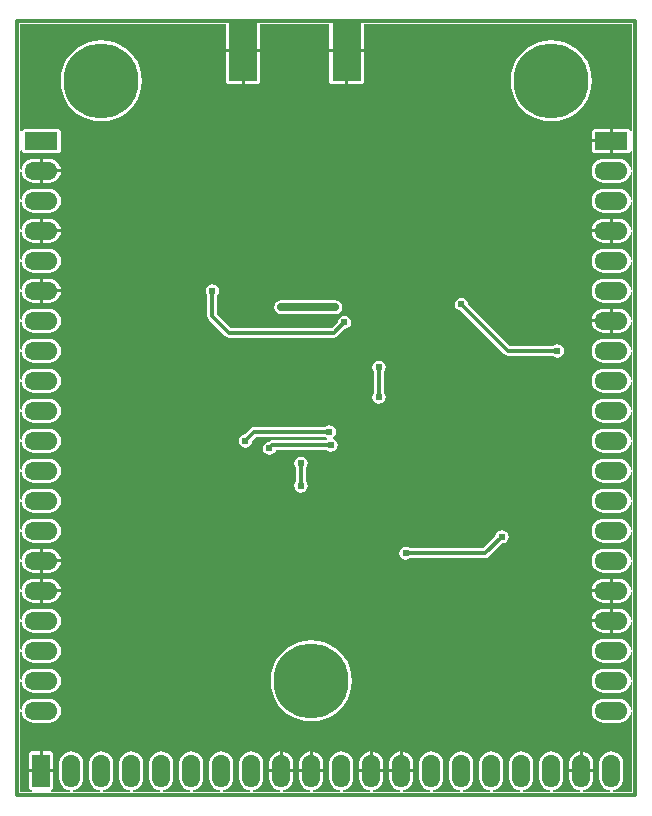
<source format=gbl>
G04 Layer_Physical_Order=2*
G04 Layer_Color=16711680*
%FSLAX25Y25*%
%MOIN*%
G70*
G01*
G75*
%ADD11R,0.09508X0.20000*%
%ADD20C,0.01200*%
%ADD24C,0.02500*%
%ADD26C,0.01181*%
%ADD27C,0.25000*%
%ADD28R,0.11000X0.06000*%
%ADD29O,0.11000X0.06000*%
%ADD30R,0.06000X0.11000*%
%ADD31O,0.06000X0.11000*%
%ADD32C,0.02400*%
G36*
X491480Y437246D02*
X490980Y437197D01*
X490942Y437390D01*
X490721Y437721D01*
X490390Y437942D01*
X490000Y438020D01*
X485000D01*
Y434000D01*
Y429980D01*
X490000D01*
X490390Y430058D01*
X490721Y430279D01*
X490942Y430610D01*
X490980Y430803D01*
X491480Y430754D01*
Y424443D01*
X490980Y424411D01*
X490897Y425044D01*
X490494Y426017D01*
X489853Y426853D01*
X489017Y427494D01*
X488044Y427897D01*
X487000Y428034D01*
X482000D01*
X480956Y427897D01*
X479983Y427494D01*
X479147Y426853D01*
X478506Y426017D01*
X478103Y425044D01*
X477965Y424000D01*
X478103Y422956D01*
X478506Y421983D01*
X479147Y421147D01*
X479983Y420506D01*
X480956Y420103D01*
X482000Y419966D01*
X487000D01*
X488044Y420103D01*
X489017Y420506D01*
X489853Y421147D01*
X490494Y421983D01*
X490897Y422956D01*
X490980Y423589D01*
X491480Y423557D01*
Y414443D01*
X490980Y414411D01*
X490897Y415044D01*
X490494Y416017D01*
X489853Y416853D01*
X489017Y417494D01*
X488044Y417897D01*
X487000Y418035D01*
X482000D01*
X480956Y417897D01*
X479983Y417494D01*
X479147Y416853D01*
X478506Y416017D01*
X478103Y415044D01*
X477965Y414000D01*
X478103Y412956D01*
X478506Y411983D01*
X479147Y411147D01*
X479983Y410506D01*
X480956Y410103D01*
X482000Y409966D01*
X487000D01*
X488044Y410103D01*
X489017Y410506D01*
X489853Y411147D01*
X490494Y411983D01*
X490897Y412956D01*
X490980Y413589D01*
X491480Y413557D01*
Y404443D01*
X490980Y404411D01*
X490897Y405044D01*
X490494Y406017D01*
X489853Y406853D01*
X489017Y407494D01*
X488044Y407897D01*
X487000Y408035D01*
X485000D01*
Y404000D01*
Y399966D01*
X487000D01*
X488044Y400103D01*
X489017Y400506D01*
X489853Y401147D01*
X490494Y401983D01*
X490897Y402956D01*
X490980Y403589D01*
X491480Y403557D01*
Y394443D01*
X490980Y394411D01*
X490897Y395044D01*
X490494Y396017D01*
X489853Y396853D01*
X489017Y397494D01*
X488044Y397897D01*
X487000Y398035D01*
X482000D01*
X480956Y397897D01*
X479983Y397494D01*
X479147Y396853D01*
X478506Y396017D01*
X478103Y395044D01*
X477965Y394000D01*
X478103Y392956D01*
X478506Y391983D01*
X479147Y391147D01*
X479983Y390506D01*
X480956Y390103D01*
X482000Y389966D01*
X487000D01*
X488044Y390103D01*
X489017Y390506D01*
X489853Y391147D01*
X490494Y391983D01*
X490897Y392956D01*
X490980Y393589D01*
X491480Y393557D01*
Y384443D01*
X490980Y384411D01*
X490897Y385044D01*
X490494Y386017D01*
X489853Y386853D01*
X489017Y387494D01*
X488044Y387897D01*
X487000Y388035D01*
X482000D01*
X480956Y387897D01*
X479983Y387494D01*
X479147Y386853D01*
X478506Y386017D01*
X478103Y385044D01*
X477965Y384000D01*
X478103Y382956D01*
X478506Y381983D01*
X479147Y381147D01*
X479983Y380506D01*
X480956Y380103D01*
X482000Y379965D01*
X487000D01*
X488044Y380103D01*
X489017Y380506D01*
X489853Y381147D01*
X490494Y381983D01*
X490897Y382956D01*
X490980Y383589D01*
X491480Y383557D01*
Y374443D01*
X490980Y374411D01*
X490897Y375044D01*
X490494Y376017D01*
X489853Y376853D01*
X489017Y377494D01*
X488044Y377897D01*
X487000Y378034D01*
X485000D01*
Y374000D01*
Y369966D01*
X487000D01*
X488044Y370103D01*
X489017Y370506D01*
X489853Y371147D01*
X490494Y371983D01*
X490897Y372956D01*
X490980Y373589D01*
X491480Y373557D01*
Y364443D01*
X490980Y364411D01*
X490897Y365044D01*
X490494Y366017D01*
X489853Y366853D01*
X489017Y367494D01*
X488044Y367897D01*
X487000Y368035D01*
X482000D01*
X480956Y367897D01*
X479983Y367494D01*
X479147Y366853D01*
X478506Y366017D01*
X478103Y365044D01*
X477965Y364000D01*
X478103Y362956D01*
X478506Y361983D01*
X479147Y361147D01*
X479983Y360506D01*
X480956Y360103D01*
X482000Y359965D01*
X487000D01*
X488044Y360103D01*
X489017Y360506D01*
X489853Y361147D01*
X490494Y361983D01*
X490897Y362956D01*
X490980Y363589D01*
X491480Y363557D01*
Y354443D01*
X490980Y354411D01*
X490897Y355044D01*
X490494Y356017D01*
X489853Y356853D01*
X489017Y357494D01*
X488044Y357897D01*
X487000Y358034D01*
X482000D01*
X480956Y357897D01*
X479983Y357494D01*
X479147Y356853D01*
X478506Y356017D01*
X478103Y355044D01*
X477965Y354000D01*
X478103Y352956D01*
X478506Y351983D01*
X479147Y351147D01*
X479983Y350506D01*
X480956Y350103D01*
X482000Y349966D01*
X487000D01*
X488044Y350103D01*
X489017Y350506D01*
X489853Y351147D01*
X490494Y351983D01*
X490897Y352956D01*
X490980Y353589D01*
X491480Y353557D01*
Y344443D01*
X490980Y344411D01*
X490897Y345044D01*
X490494Y346017D01*
X489853Y346853D01*
X489017Y347494D01*
X488044Y347897D01*
X487000Y348035D01*
X482000D01*
X480956Y347897D01*
X479983Y347494D01*
X479147Y346853D01*
X478506Y346017D01*
X478103Y345044D01*
X477965Y344000D01*
X478103Y342956D01*
X478506Y341983D01*
X479147Y341147D01*
X479983Y340506D01*
X480956Y340103D01*
X482000Y339966D01*
X487000D01*
X488044Y340103D01*
X489017Y340506D01*
X489853Y341147D01*
X490494Y341983D01*
X490897Y342956D01*
X490980Y343589D01*
X491480Y343557D01*
Y334443D01*
X490980Y334411D01*
X490897Y335044D01*
X490494Y336017D01*
X489853Y336853D01*
X489017Y337494D01*
X488044Y337897D01*
X487000Y338035D01*
X482000D01*
X480956Y337897D01*
X479983Y337494D01*
X479147Y336853D01*
X478506Y336017D01*
X478103Y335044D01*
X477965Y334000D01*
X478103Y332956D01*
X478506Y331983D01*
X479147Y331147D01*
X479983Y330506D01*
X480956Y330103D01*
X482000Y329965D01*
X487000D01*
X488044Y330103D01*
X489017Y330506D01*
X489853Y331147D01*
X490494Y331983D01*
X490897Y332956D01*
X490980Y333589D01*
X491480Y333557D01*
Y324443D01*
X490980Y324411D01*
X490897Y325044D01*
X490494Y326017D01*
X489853Y326853D01*
X489017Y327494D01*
X488044Y327897D01*
X487000Y328034D01*
X482000D01*
X480956Y327897D01*
X479983Y327494D01*
X479147Y326853D01*
X478506Y326017D01*
X478103Y325044D01*
X477965Y324000D01*
X478103Y322956D01*
X478506Y321983D01*
X479147Y321147D01*
X479983Y320506D01*
X480956Y320103D01*
X482000Y319966D01*
X487000D01*
X488044Y320103D01*
X489017Y320506D01*
X489853Y321147D01*
X490494Y321983D01*
X490897Y322956D01*
X490980Y323589D01*
X491480Y323557D01*
Y314443D01*
X490980Y314411D01*
X490897Y315044D01*
X490494Y316017D01*
X489853Y316853D01*
X489017Y317494D01*
X488044Y317897D01*
X487000Y318035D01*
X482000D01*
X480956Y317897D01*
X479983Y317494D01*
X479147Y316853D01*
X478506Y316017D01*
X478103Y315044D01*
X477965Y314000D01*
X478103Y312956D01*
X478506Y311983D01*
X479147Y311147D01*
X479983Y310506D01*
X480956Y310103D01*
X482000Y309965D01*
X487000D01*
X488044Y310103D01*
X489017Y310506D01*
X489853Y311147D01*
X490494Y311983D01*
X490897Y312956D01*
X490980Y313589D01*
X491480Y313557D01*
Y304443D01*
X490980Y304411D01*
X490897Y305044D01*
X490494Y306017D01*
X489853Y306853D01*
X489017Y307494D01*
X488044Y307897D01*
X487000Y308034D01*
X482000D01*
X480956Y307897D01*
X479983Y307494D01*
X479147Y306853D01*
X478506Y306017D01*
X478103Y305044D01*
X477965Y304000D01*
X478103Y302956D01*
X478506Y301983D01*
X479147Y301147D01*
X479983Y300506D01*
X480956Y300103D01*
X482000Y299966D01*
X487000D01*
X488044Y300103D01*
X489017Y300506D01*
X489853Y301147D01*
X490494Y301983D01*
X490897Y302956D01*
X490980Y303589D01*
X491480Y303557D01*
Y294443D01*
X490980Y294411D01*
X490897Y295044D01*
X490494Y296017D01*
X489853Y296853D01*
X489017Y297494D01*
X488044Y297897D01*
X487000Y298035D01*
X482000D01*
X480956Y297897D01*
X479983Y297494D01*
X479147Y296853D01*
X478506Y296017D01*
X478103Y295044D01*
X477965Y294000D01*
X478103Y292956D01*
X478506Y291983D01*
X479147Y291147D01*
X479983Y290506D01*
X480956Y290103D01*
X482000Y289966D01*
X487000D01*
X488044Y290103D01*
X489017Y290506D01*
X489853Y291147D01*
X490494Y291983D01*
X490897Y292956D01*
X490980Y293589D01*
X491480Y293557D01*
Y284443D01*
X490980Y284411D01*
X490897Y285044D01*
X490494Y286017D01*
X489853Y286853D01*
X489017Y287494D01*
X488044Y287897D01*
X487000Y288035D01*
X485000D01*
Y284000D01*
Y279965D01*
X487000D01*
X488044Y280103D01*
X489017Y280506D01*
X489853Y281147D01*
X490494Y281983D01*
X490897Y282956D01*
X490980Y283589D01*
X491480Y283557D01*
Y274443D01*
X490980Y274411D01*
X490897Y275044D01*
X490494Y276017D01*
X489853Y276853D01*
X489017Y277494D01*
X488044Y277897D01*
X487000Y278034D01*
X485000D01*
Y274000D01*
Y269966D01*
X487000D01*
X488044Y270103D01*
X489017Y270506D01*
X489853Y271147D01*
X490494Y271983D01*
X490897Y272956D01*
X490980Y273589D01*
X491480Y273557D01*
Y264443D01*
X490980Y264411D01*
X490897Y265044D01*
X490494Y266017D01*
X489853Y266853D01*
X489017Y267494D01*
X488044Y267897D01*
X487000Y268035D01*
X482000D01*
X480956Y267897D01*
X479983Y267494D01*
X479147Y266853D01*
X478506Y266017D01*
X478103Y265044D01*
X477965Y264000D01*
X478103Y262956D01*
X478506Y261983D01*
X479147Y261147D01*
X479983Y260506D01*
X480956Y260103D01*
X482000Y259965D01*
X487000D01*
X488044Y260103D01*
X489017Y260506D01*
X489853Y261147D01*
X490494Y261983D01*
X490897Y262956D01*
X490980Y263589D01*
X491480Y263557D01*
Y254443D01*
X490980Y254411D01*
X490897Y255044D01*
X490494Y256017D01*
X489853Y256853D01*
X489017Y257494D01*
X488044Y257897D01*
X487000Y258034D01*
X482000D01*
X480956Y257897D01*
X479983Y257494D01*
X479147Y256853D01*
X478506Y256017D01*
X478103Y255044D01*
X477965Y254000D01*
X478103Y252956D01*
X478506Y251983D01*
X479147Y251147D01*
X479983Y250506D01*
X480956Y250103D01*
X482000Y249966D01*
X487000D01*
X488044Y250103D01*
X489017Y250506D01*
X489853Y251147D01*
X490494Y251983D01*
X490897Y252956D01*
X490980Y253589D01*
X491480Y253557D01*
Y244443D01*
X490980Y244411D01*
X490897Y245044D01*
X490494Y246017D01*
X489853Y246853D01*
X489017Y247494D01*
X488044Y247897D01*
X487000Y248035D01*
X482000D01*
X480956Y247897D01*
X479983Y247494D01*
X479147Y246853D01*
X478506Y246017D01*
X478103Y245044D01*
X477965Y244000D01*
X478103Y242956D01*
X478506Y241983D01*
X479147Y241147D01*
X479983Y240506D01*
X480956Y240103D01*
X482000Y239966D01*
X487000D01*
X488044Y240103D01*
X489017Y240506D01*
X489853Y241147D01*
X490494Y241983D01*
X490897Y242956D01*
X490980Y243589D01*
X491480Y243557D01*
Y217020D01*
X484943D01*
X484911Y217519D01*
X485544Y217603D01*
X486517Y218006D01*
X487353Y218647D01*
X487994Y219483D01*
X488397Y220456D01*
X488534Y221500D01*
Y226500D01*
X488397Y227544D01*
X487994Y228517D01*
X487353Y229353D01*
X486517Y229994D01*
X485544Y230397D01*
X484500Y230535D01*
X483456Y230397D01*
X482483Y229994D01*
X481647Y229353D01*
X481006Y228517D01*
X480603Y227544D01*
X480466Y226500D01*
Y221500D01*
X480603Y220456D01*
X481006Y219483D01*
X481647Y218647D01*
X482483Y218006D01*
X483456Y217603D01*
X484089Y217519D01*
X484057Y217020D01*
X474943D01*
X474911Y217519D01*
X475544Y217603D01*
X476517Y218006D01*
X477353Y218647D01*
X477994Y219483D01*
X478397Y220456D01*
X478535Y221500D01*
Y223500D01*
X474500D01*
X470466D01*
Y221500D01*
X470603Y220456D01*
X471006Y219483D01*
X471647Y218647D01*
X472483Y218006D01*
X473456Y217603D01*
X474089Y217519D01*
X474057Y217020D01*
X464943D01*
X464911Y217519D01*
X465544Y217603D01*
X466517Y218006D01*
X467353Y218647D01*
X467994Y219483D01*
X468397Y220456D01*
X468535Y221500D01*
Y226500D01*
X468397Y227544D01*
X467994Y228517D01*
X467353Y229353D01*
X466517Y229994D01*
X465544Y230397D01*
X464500Y230535D01*
X463456Y230397D01*
X462483Y229994D01*
X461647Y229353D01*
X461006Y228517D01*
X460603Y227544D01*
X460465Y226500D01*
Y221500D01*
X460603Y220456D01*
X461006Y219483D01*
X461647Y218647D01*
X462483Y218006D01*
X463456Y217603D01*
X464089Y217519D01*
X464057Y217020D01*
X454943D01*
X454911Y217519D01*
X455544Y217603D01*
X456517Y218006D01*
X457353Y218647D01*
X457994Y219483D01*
X458397Y220456D01*
X458534Y221500D01*
Y226500D01*
X458397Y227544D01*
X457994Y228517D01*
X457353Y229353D01*
X456517Y229994D01*
X455544Y230397D01*
X454500Y230535D01*
X453456Y230397D01*
X452483Y229994D01*
X451647Y229353D01*
X451006Y228517D01*
X450603Y227544D01*
X450465Y226500D01*
Y221500D01*
X450603Y220456D01*
X451006Y219483D01*
X451647Y218647D01*
X452483Y218006D01*
X453456Y217603D01*
X454089Y217519D01*
X454057Y217020D01*
X444943D01*
X444911Y217519D01*
X445544Y217603D01*
X446517Y218006D01*
X447353Y218647D01*
X447994Y219483D01*
X448397Y220456D01*
X448534Y221500D01*
Y226500D01*
X448397Y227544D01*
X447994Y228517D01*
X447353Y229353D01*
X446517Y229994D01*
X445544Y230397D01*
X444500Y230535D01*
X443456Y230397D01*
X442483Y229994D01*
X441647Y229353D01*
X441006Y228517D01*
X440603Y227544D01*
X440465Y226500D01*
Y221500D01*
X440603Y220456D01*
X441006Y219483D01*
X441647Y218647D01*
X442483Y218006D01*
X443456Y217603D01*
X444089Y217519D01*
X444057Y217020D01*
X434943D01*
X434911Y217519D01*
X435544Y217603D01*
X436517Y218006D01*
X437353Y218647D01*
X437994Y219483D01*
X438397Y220456D01*
X438534Y221500D01*
Y226500D01*
X438397Y227544D01*
X437994Y228517D01*
X437353Y229353D01*
X436517Y229994D01*
X435544Y230397D01*
X434500Y230535D01*
X433456Y230397D01*
X432483Y229994D01*
X431647Y229353D01*
X431006Y228517D01*
X430603Y227544D01*
X430466Y226500D01*
Y221500D01*
X430603Y220456D01*
X431006Y219483D01*
X431647Y218647D01*
X432483Y218006D01*
X433456Y217603D01*
X434089Y217519D01*
X434057Y217020D01*
X424943D01*
X424911Y217519D01*
X425544Y217603D01*
X426517Y218006D01*
X427353Y218647D01*
X427994Y219483D01*
X428397Y220456D01*
X428535Y221500D01*
Y226500D01*
X428397Y227544D01*
X427994Y228517D01*
X427353Y229353D01*
X426517Y229994D01*
X425544Y230397D01*
X424500Y230535D01*
X423456Y230397D01*
X422483Y229994D01*
X421647Y229353D01*
X421006Y228517D01*
X420603Y227544D01*
X420466Y226500D01*
Y221500D01*
X420603Y220456D01*
X421006Y219483D01*
X421647Y218647D01*
X422483Y218006D01*
X423456Y217603D01*
X424089Y217519D01*
X424057Y217020D01*
X414943D01*
X414911Y217519D01*
X415544Y217603D01*
X416517Y218006D01*
X417353Y218647D01*
X417994Y219483D01*
X418397Y220456D01*
X418535Y221500D01*
Y223500D01*
X414500D01*
Y224000D01*
D01*
Y223500D01*
X410465D01*
Y221500D01*
X410603Y220456D01*
X411006Y219483D01*
X411647Y218647D01*
X412483Y218006D01*
X413456Y217603D01*
X414089Y217519D01*
X414057Y217020D01*
X404943D01*
X404911Y217519D01*
X405544Y217603D01*
X406517Y218006D01*
X407353Y218647D01*
X407994Y219483D01*
X408397Y220456D01*
X408534Y221500D01*
Y223500D01*
X404500D01*
X400465D01*
Y221500D01*
X400603Y220456D01*
X401006Y219483D01*
X401647Y218647D01*
X402483Y218006D01*
X403456Y217603D01*
X404089Y217519D01*
X404057Y217020D01*
X394943D01*
X394911Y217519D01*
X395544Y217603D01*
X396517Y218006D01*
X397353Y218647D01*
X397994Y219483D01*
X398397Y220456D01*
X398534Y221500D01*
Y226500D01*
X398397Y227544D01*
X397994Y228517D01*
X397353Y229353D01*
X396517Y229994D01*
X395544Y230397D01*
X394500Y230535D01*
X393456Y230397D01*
X392483Y229994D01*
X391647Y229353D01*
X391006Y228517D01*
X390603Y227544D01*
X390465Y226500D01*
Y221500D01*
X390603Y220456D01*
X391006Y219483D01*
X391647Y218647D01*
X392483Y218006D01*
X393456Y217603D01*
X394089Y217519D01*
X394057Y217020D01*
X384943D01*
X384911Y217519D01*
X385544Y217603D01*
X386517Y218006D01*
X387353Y218647D01*
X387994Y219483D01*
X388397Y220456D01*
X388534Y221500D01*
Y223500D01*
X384500D01*
X380466D01*
Y221500D01*
X380603Y220456D01*
X381006Y219483D01*
X381647Y218647D01*
X382483Y218006D01*
X383456Y217603D01*
X384089Y217519D01*
X384057Y217020D01*
X374943D01*
X374911Y217519D01*
X375544Y217603D01*
X376517Y218006D01*
X377353Y218647D01*
X377994Y219483D01*
X378397Y220456D01*
X378535Y221500D01*
Y223500D01*
X374500D01*
X370465D01*
Y221500D01*
X370603Y220456D01*
X371006Y219483D01*
X371647Y218647D01*
X372483Y218006D01*
X373456Y217603D01*
X374089Y217519D01*
X374057Y217020D01*
X364943D01*
X364911Y217519D01*
X365544Y217603D01*
X366517Y218006D01*
X367353Y218647D01*
X367994Y219483D01*
X368397Y220456D01*
X368534Y221500D01*
Y226500D01*
X368397Y227544D01*
X367994Y228517D01*
X367353Y229353D01*
X366517Y229994D01*
X365544Y230397D01*
X364500Y230535D01*
X363456Y230397D01*
X362483Y229994D01*
X361647Y229353D01*
X361006Y228517D01*
X360603Y227544D01*
X360466Y226500D01*
Y221500D01*
X360603Y220456D01*
X361006Y219483D01*
X361647Y218647D01*
X362483Y218006D01*
X363456Y217603D01*
X364089Y217519D01*
X364057Y217020D01*
X354943D01*
X354911Y217519D01*
X355544Y217603D01*
X356517Y218006D01*
X357353Y218647D01*
X357994Y219483D01*
X358397Y220456D01*
X358535Y221500D01*
Y226500D01*
X358397Y227544D01*
X357994Y228517D01*
X357353Y229353D01*
X356517Y229994D01*
X355544Y230397D01*
X354500Y230535D01*
X353456Y230397D01*
X352483Y229994D01*
X351647Y229353D01*
X351006Y228517D01*
X350603Y227544D01*
X350465Y226500D01*
Y221500D01*
X350603Y220456D01*
X351006Y219483D01*
X351647Y218647D01*
X352483Y218006D01*
X353456Y217603D01*
X354089Y217519D01*
X354057Y217020D01*
X344943D01*
X344911Y217519D01*
X345544Y217603D01*
X346517Y218006D01*
X347353Y218647D01*
X347994Y219483D01*
X348397Y220456D01*
X348534Y221500D01*
Y226500D01*
X348397Y227544D01*
X347994Y228517D01*
X347353Y229353D01*
X346517Y229994D01*
X345544Y230397D01*
X344500Y230535D01*
X343456Y230397D01*
X342483Y229994D01*
X341647Y229353D01*
X341006Y228517D01*
X340603Y227544D01*
X340465Y226500D01*
Y221500D01*
X340603Y220456D01*
X341006Y219483D01*
X341647Y218647D01*
X342483Y218006D01*
X343456Y217603D01*
X344089Y217519D01*
X344057Y217020D01*
X334943D01*
X334911Y217519D01*
X335544Y217603D01*
X336517Y218006D01*
X337353Y218647D01*
X337994Y219483D01*
X338397Y220456D01*
X338534Y221500D01*
Y226500D01*
X338397Y227544D01*
X337994Y228517D01*
X337353Y229353D01*
X336517Y229994D01*
X335544Y230397D01*
X334500Y230535D01*
X333456Y230397D01*
X332483Y229994D01*
X331647Y229353D01*
X331006Y228517D01*
X330603Y227544D01*
X330466Y226500D01*
Y221500D01*
X330603Y220456D01*
X331006Y219483D01*
X331647Y218647D01*
X332483Y218006D01*
X333456Y217603D01*
X334089Y217519D01*
X334057Y217020D01*
X324943D01*
X324911Y217519D01*
X325544Y217603D01*
X326517Y218006D01*
X327353Y218647D01*
X327994Y219483D01*
X328397Y220456D01*
X328535Y221500D01*
Y226500D01*
X328397Y227544D01*
X327994Y228517D01*
X327353Y229353D01*
X326517Y229994D01*
X325544Y230397D01*
X324500Y230535D01*
X323456Y230397D01*
X322483Y229994D01*
X321647Y229353D01*
X321006Y228517D01*
X320603Y227544D01*
X320465Y226500D01*
Y221500D01*
X320603Y220456D01*
X321006Y219483D01*
X321647Y218647D01*
X322483Y218006D01*
X323456Y217603D01*
X324089Y217519D01*
X324057Y217020D01*
X314943D01*
X314911Y217519D01*
X315544Y217603D01*
X316517Y218006D01*
X317353Y218647D01*
X317994Y219483D01*
X318397Y220456D01*
X318534Y221500D01*
Y226500D01*
X318397Y227544D01*
X317994Y228517D01*
X317353Y229353D01*
X316517Y229994D01*
X315544Y230397D01*
X314500Y230535D01*
X313456Y230397D01*
X312483Y229994D01*
X311647Y229353D01*
X311006Y228517D01*
X310603Y227544D01*
X310466Y226500D01*
Y221500D01*
X310603Y220456D01*
X311006Y219483D01*
X311647Y218647D01*
X312483Y218006D01*
X313456Y217603D01*
X314089Y217519D01*
X314057Y217020D01*
X304943D01*
X304911Y217519D01*
X305544Y217603D01*
X306517Y218006D01*
X307353Y218647D01*
X307994Y219483D01*
X308397Y220456D01*
X308535Y221500D01*
Y226500D01*
X308397Y227544D01*
X307994Y228517D01*
X307353Y229353D01*
X306517Y229994D01*
X305544Y230397D01*
X304500Y230535D01*
X303456Y230397D01*
X302483Y229994D01*
X301647Y229353D01*
X301006Y228517D01*
X300603Y227544D01*
X300465Y226500D01*
Y221500D01*
X300603Y220456D01*
X301006Y219483D01*
X301647Y218647D01*
X302483Y218006D01*
X303456Y217603D01*
X304089Y217519D01*
X304057Y217020D01*
X297746D01*
X297697Y217519D01*
X297890Y217558D01*
X298221Y217779D01*
X298442Y218110D01*
X298520Y218500D01*
Y223500D01*
X294500D01*
X290480D01*
Y218500D01*
X290558Y218110D01*
X290779Y217779D01*
X291110Y217558D01*
X291303Y217519D01*
X291254Y217020D01*
X287520D01*
Y243557D01*
X288019Y243589D01*
X288103Y242956D01*
X288506Y241983D01*
X289147Y241147D01*
X289983Y240506D01*
X290956Y240103D01*
X292000Y239966D01*
X297000D01*
X298044Y240103D01*
X299017Y240506D01*
X299853Y241147D01*
X300494Y241983D01*
X300897Y242956D01*
X301034Y244000D01*
X300897Y245044D01*
X300494Y246017D01*
X299853Y246853D01*
X299017Y247494D01*
X298044Y247897D01*
X297000Y248035D01*
X292000D01*
X290956Y247897D01*
X289983Y247494D01*
X289147Y246853D01*
X288506Y246017D01*
X288103Y245044D01*
X288019Y244411D01*
X287520Y244443D01*
Y253557D01*
X288019Y253589D01*
X288103Y252956D01*
X288506Y251983D01*
X289147Y251147D01*
X289983Y250506D01*
X290956Y250103D01*
X292000Y249966D01*
X297000D01*
X298044Y250103D01*
X299017Y250506D01*
X299853Y251147D01*
X300494Y251983D01*
X300897Y252956D01*
X301034Y254000D01*
X300897Y255044D01*
X300494Y256017D01*
X299853Y256853D01*
X299017Y257494D01*
X298044Y257897D01*
X297000Y258034D01*
X292000D01*
X290956Y257897D01*
X289983Y257494D01*
X289147Y256853D01*
X288506Y256017D01*
X288103Y255044D01*
X288019Y254411D01*
X287520Y254443D01*
Y263557D01*
X288019Y263589D01*
X288103Y262956D01*
X288506Y261983D01*
X289147Y261147D01*
X289983Y260506D01*
X290956Y260103D01*
X292000Y259965D01*
X297000D01*
X298044Y260103D01*
X299017Y260506D01*
X299853Y261147D01*
X300494Y261983D01*
X300897Y262956D01*
X301034Y264000D01*
X300897Y265044D01*
X300494Y266017D01*
X299853Y266853D01*
X299017Y267494D01*
X298044Y267897D01*
X297000Y268035D01*
X292000D01*
X290956Y267897D01*
X289983Y267494D01*
X289147Y266853D01*
X288506Y266017D01*
X288103Y265044D01*
X288019Y264411D01*
X287520Y264443D01*
Y273557D01*
X288019Y273589D01*
X288103Y272956D01*
X288506Y271983D01*
X289147Y271147D01*
X289983Y270506D01*
X290956Y270103D01*
X292000Y269966D01*
X297000D01*
X298044Y270103D01*
X299017Y270506D01*
X299853Y271147D01*
X300494Y271983D01*
X300897Y272956D01*
X301034Y274000D01*
X300897Y275044D01*
X300494Y276017D01*
X299853Y276853D01*
X299017Y277494D01*
X298044Y277897D01*
X297000Y278034D01*
X292000D01*
X290956Y277897D01*
X289983Y277494D01*
X289147Y276853D01*
X288506Y276017D01*
X288103Y275044D01*
X288019Y274411D01*
X287520Y274443D01*
Y283557D01*
X288019Y283589D01*
X288103Y282956D01*
X288506Y281983D01*
X289147Y281147D01*
X289983Y280506D01*
X290956Y280103D01*
X292000Y279965D01*
X294000D01*
Y284000D01*
Y288035D01*
X292000D01*
X290956Y287897D01*
X289983Y287494D01*
X289147Y286853D01*
X288506Y286017D01*
X288103Y285044D01*
X288019Y284411D01*
X287520Y284443D01*
Y293557D01*
X288019Y293589D01*
X288103Y292956D01*
X288506Y291983D01*
X289147Y291147D01*
X289983Y290506D01*
X290956Y290103D01*
X292000Y289966D01*
X294000D01*
Y294000D01*
Y298035D01*
X292000D01*
X290956Y297897D01*
X289983Y297494D01*
X289147Y296853D01*
X288506Y296017D01*
X288103Y295044D01*
X288019Y294411D01*
X287520Y294443D01*
Y303557D01*
X288019Y303589D01*
X288103Y302956D01*
X288506Y301983D01*
X289147Y301147D01*
X289983Y300506D01*
X290956Y300103D01*
X292000Y299966D01*
X297000D01*
X298044Y300103D01*
X299017Y300506D01*
X299853Y301147D01*
X300494Y301983D01*
X300897Y302956D01*
X301034Y304000D01*
X300897Y305044D01*
X300494Y306017D01*
X299853Y306853D01*
X299017Y307494D01*
X298044Y307897D01*
X297000Y308034D01*
X292000D01*
X290956Y307897D01*
X289983Y307494D01*
X289147Y306853D01*
X288506Y306017D01*
X288103Y305044D01*
X288019Y304411D01*
X287520Y304443D01*
Y313557D01*
X288019Y313589D01*
X288103Y312956D01*
X288506Y311983D01*
X289147Y311147D01*
X289983Y310506D01*
X290956Y310103D01*
X292000Y309965D01*
X297000D01*
X298044Y310103D01*
X299017Y310506D01*
X299853Y311147D01*
X300494Y311983D01*
X300897Y312956D01*
X301034Y314000D01*
X300897Y315044D01*
X300494Y316017D01*
X299853Y316853D01*
X299017Y317494D01*
X298044Y317897D01*
X297000Y318035D01*
X292000D01*
X290956Y317897D01*
X289983Y317494D01*
X289147Y316853D01*
X288506Y316017D01*
X288103Y315044D01*
X288019Y314411D01*
X287520Y314443D01*
Y323557D01*
X288019Y323589D01*
X288103Y322956D01*
X288506Y321983D01*
X289147Y321147D01*
X289983Y320506D01*
X290956Y320103D01*
X292000Y319966D01*
X297000D01*
X298044Y320103D01*
X299017Y320506D01*
X299853Y321147D01*
X300494Y321983D01*
X300897Y322956D01*
X301034Y324000D01*
X300897Y325044D01*
X300494Y326017D01*
X299853Y326853D01*
X299017Y327494D01*
X298044Y327897D01*
X297000Y328034D01*
X292000D01*
X290956Y327897D01*
X289983Y327494D01*
X289147Y326853D01*
X288506Y326017D01*
X288103Y325044D01*
X288019Y324411D01*
X287520Y324443D01*
Y333557D01*
X288019Y333589D01*
X288103Y332956D01*
X288506Y331983D01*
X289147Y331147D01*
X289983Y330506D01*
X290956Y330103D01*
X292000Y329965D01*
X297000D01*
X298044Y330103D01*
X299017Y330506D01*
X299853Y331147D01*
X300494Y331983D01*
X300897Y332956D01*
X301034Y334000D01*
X300897Y335044D01*
X300494Y336017D01*
X299853Y336853D01*
X299017Y337494D01*
X298044Y337897D01*
X297000Y338035D01*
X292000D01*
X290956Y337897D01*
X289983Y337494D01*
X289147Y336853D01*
X288506Y336017D01*
X288103Y335044D01*
X288019Y334411D01*
X287520Y334443D01*
Y343557D01*
X288019Y343589D01*
X288103Y342956D01*
X288506Y341983D01*
X289147Y341147D01*
X289983Y340506D01*
X290956Y340103D01*
X292000Y339966D01*
X297000D01*
X298044Y340103D01*
X299017Y340506D01*
X299853Y341147D01*
X300494Y341983D01*
X300897Y342956D01*
X301034Y344000D01*
X300897Y345044D01*
X300494Y346017D01*
X299853Y346853D01*
X299017Y347494D01*
X298044Y347897D01*
X297000Y348035D01*
X292000D01*
X290956Y347897D01*
X289983Y347494D01*
X289147Y346853D01*
X288506Y346017D01*
X288103Y345044D01*
X288019Y344411D01*
X287520Y344443D01*
Y353557D01*
X288019Y353589D01*
X288103Y352956D01*
X288506Y351983D01*
X289147Y351147D01*
X289983Y350506D01*
X290956Y350103D01*
X292000Y349966D01*
X297000D01*
X298044Y350103D01*
X299017Y350506D01*
X299853Y351147D01*
X300494Y351983D01*
X300897Y352956D01*
X301034Y354000D01*
X300897Y355044D01*
X300494Y356017D01*
X299853Y356853D01*
X299017Y357494D01*
X298044Y357897D01*
X297000Y358034D01*
X292000D01*
X290956Y357897D01*
X289983Y357494D01*
X289147Y356853D01*
X288506Y356017D01*
X288103Y355044D01*
X288019Y354411D01*
X287520Y354443D01*
Y363557D01*
X288019Y363589D01*
X288103Y362956D01*
X288506Y361983D01*
X289147Y361147D01*
X289983Y360506D01*
X290956Y360103D01*
X292000Y359965D01*
X297000D01*
X298044Y360103D01*
X299017Y360506D01*
X299853Y361147D01*
X300494Y361983D01*
X300897Y362956D01*
X301034Y364000D01*
X300897Y365044D01*
X300494Y366017D01*
X299853Y366853D01*
X299017Y367494D01*
X298044Y367897D01*
X297000Y368035D01*
X292000D01*
X290956Y367897D01*
X289983Y367494D01*
X289147Y366853D01*
X288506Y366017D01*
X288103Y365044D01*
X288019Y364411D01*
X287520Y364443D01*
Y373557D01*
X288019Y373589D01*
X288103Y372956D01*
X288506Y371983D01*
X289147Y371147D01*
X289983Y370506D01*
X290956Y370103D01*
X292000Y369966D01*
X297000D01*
X298044Y370103D01*
X299017Y370506D01*
X299853Y371147D01*
X300494Y371983D01*
X300897Y372956D01*
X301034Y374000D01*
X300897Y375044D01*
X300494Y376017D01*
X299853Y376853D01*
X299017Y377494D01*
X298044Y377897D01*
X297000Y378034D01*
X292000D01*
X290956Y377897D01*
X289983Y377494D01*
X289147Y376853D01*
X288506Y376017D01*
X288103Y375044D01*
X288019Y374411D01*
X287520Y374443D01*
Y383557D01*
X288019Y383589D01*
X288103Y382956D01*
X288506Y381983D01*
X289147Y381147D01*
X289983Y380506D01*
X290956Y380103D01*
X292000Y379965D01*
X294000D01*
Y384000D01*
Y388035D01*
X292000D01*
X290956Y387897D01*
X289983Y387494D01*
X289147Y386853D01*
X288506Y386017D01*
X288103Y385044D01*
X288019Y384411D01*
X287520Y384443D01*
Y393557D01*
X288019Y393589D01*
X288103Y392956D01*
X288506Y391983D01*
X289147Y391147D01*
X289983Y390506D01*
X290956Y390103D01*
X292000Y389966D01*
X297000D01*
X298044Y390103D01*
X299017Y390506D01*
X299853Y391147D01*
X300494Y391983D01*
X300897Y392956D01*
X301034Y394000D01*
X300897Y395044D01*
X300494Y396017D01*
X299853Y396853D01*
X299017Y397494D01*
X298044Y397897D01*
X297000Y398035D01*
X292000D01*
X290956Y397897D01*
X289983Y397494D01*
X289147Y396853D01*
X288506Y396017D01*
X288103Y395044D01*
X288019Y394411D01*
X287520Y394443D01*
Y403557D01*
X288019Y403589D01*
X288103Y402956D01*
X288506Y401983D01*
X289147Y401147D01*
X289983Y400506D01*
X290956Y400103D01*
X292000Y399966D01*
X294000D01*
Y404000D01*
Y408035D01*
X292000D01*
X290956Y407897D01*
X289983Y407494D01*
X289147Y406853D01*
X288506Y406017D01*
X288103Y405044D01*
X288019Y404411D01*
X287520Y404443D01*
Y413557D01*
X288019Y413589D01*
X288103Y412956D01*
X288506Y411983D01*
X289147Y411147D01*
X289983Y410506D01*
X290956Y410103D01*
X292000Y409966D01*
X297000D01*
X298044Y410103D01*
X299017Y410506D01*
X299853Y411147D01*
X300494Y411983D01*
X300897Y412956D01*
X301034Y414000D01*
X300897Y415044D01*
X300494Y416017D01*
X299853Y416853D01*
X299017Y417494D01*
X298044Y417897D01*
X297000Y418035D01*
X292000D01*
X290956Y417897D01*
X289983Y417494D01*
X289147Y416853D01*
X288506Y416017D01*
X288103Y415044D01*
X288019Y414411D01*
X287520Y414443D01*
Y423557D01*
X288019Y423589D01*
X288103Y422956D01*
X288506Y421983D01*
X289147Y421147D01*
X289983Y420506D01*
X290956Y420103D01*
X292000Y419966D01*
X294000D01*
Y424000D01*
Y428034D01*
X292000D01*
X290956Y427897D01*
X289983Y427494D01*
X289147Y426853D01*
X288506Y426017D01*
X288103Y425044D01*
X288019Y424411D01*
X287520Y424443D01*
Y430754D01*
X288019Y430803D01*
X288058Y430610D01*
X288279Y430279D01*
X288610Y430058D01*
X289000Y429980D01*
X300000D01*
X300390Y430058D01*
X300721Y430279D01*
X300942Y430610D01*
X301020Y431000D01*
Y437000D01*
X300942Y437390D01*
X300721Y437721D01*
X300390Y437942D01*
X300000Y438020D01*
X289000D01*
X288610Y437942D01*
X288279Y437721D01*
X288058Y437390D01*
X288019Y437197D01*
X287520Y437246D01*
Y472980D01*
X355973D01*
Y464500D01*
X361746D01*
X367520D01*
Y472980D01*
X390480D01*
Y464500D01*
X396254D01*
X402028D01*
Y472980D01*
X491480D01*
Y437246D01*
D02*
G37*
%LPC*%
G36*
X300969Y283500D02*
X295000D01*
Y279965D01*
X297000D01*
X298044Y280103D01*
X299017Y280506D01*
X299853Y281147D01*
X300494Y281983D01*
X300897Y282956D01*
X300969Y283500D01*
D02*
G37*
G36*
X484000D02*
X478031D01*
X478103Y282956D01*
X478506Y281983D01*
X479147Y281147D01*
X479983Y280506D01*
X480956Y280103D01*
X482000Y279965D01*
X484000D01*
Y283500D01*
D02*
G37*
G36*
Y278034D02*
X482000D01*
X480956Y277897D01*
X479983Y277494D01*
X479147Y276853D01*
X478506Y276017D01*
X478103Y275044D01*
X478031Y274500D01*
X484000D01*
Y278034D01*
D02*
G37*
G36*
X384500Y267542D02*
X382382Y267375D01*
X380315Y266879D01*
X378352Y266066D01*
X376540Y264955D01*
X374924Y263576D01*
X373545Y261960D01*
X372434Y260148D01*
X371621Y258185D01*
X371125Y256118D01*
X370958Y254000D01*
X371125Y251882D01*
X371621Y249815D01*
X372434Y247852D01*
X373545Y246040D01*
X374924Y244425D01*
X376540Y243044D01*
X378352Y241934D01*
X380315Y241121D01*
X382382Y240625D01*
X384500Y240458D01*
X386618Y240625D01*
X388685Y241121D01*
X390648Y241934D01*
X392460Y243044D01*
X394075Y244425D01*
X395456Y246040D01*
X396566Y247852D01*
X397379Y249815D01*
X397875Y251882D01*
X398042Y254000D01*
X397875Y256118D01*
X397379Y258185D01*
X396566Y260148D01*
X395456Y261960D01*
X394075Y263576D01*
X392460Y264955D01*
X390648Y266066D01*
X388685Y266879D01*
X386618Y267375D01*
X384500Y267542D01*
D02*
G37*
G36*
X484000Y273500D02*
X478031D01*
X478103Y272956D01*
X478506Y271983D01*
X479147Y271147D01*
X479983Y270506D01*
X480956Y270103D01*
X482000Y269966D01*
X484000D01*
Y273500D01*
D02*
G37*
G36*
X297000Y288035D02*
X295000D01*
Y284500D01*
X300969D01*
X300897Y285044D01*
X300494Y286017D01*
X299853Y286853D01*
X299017Y287494D01*
X298044Y287897D01*
X297000Y288035D01*
D02*
G37*
G36*
X448000Y304243D02*
X447142Y304072D01*
X446414Y303586D01*
X445928Y302858D01*
X445773Y302080D01*
X441824Y298131D01*
X417518D01*
X416858Y298572D01*
X416000Y298743D01*
X415142Y298572D01*
X414414Y298086D01*
X413928Y297358D01*
X413757Y296500D01*
X413928Y295642D01*
X414414Y294914D01*
X415142Y294428D01*
X416000Y294257D01*
X416858Y294428D01*
X417518Y294869D01*
X442500D01*
X443124Y294993D01*
X443653Y295346D01*
X448080Y299773D01*
X448858Y299928D01*
X449586Y300414D01*
X450072Y301142D01*
X450243Y302000D01*
X450072Y302858D01*
X449586Y303586D01*
X448858Y304072D01*
X448000Y304243D01*
D02*
G37*
G36*
X381000Y328743D02*
X380142Y328572D01*
X379414Y328086D01*
X378928Y327358D01*
X378757Y326500D01*
X378928Y325642D01*
X379369Y324982D01*
Y320518D01*
X378928Y319858D01*
X378757Y319000D01*
X378928Y318142D01*
X379414Y317414D01*
X380142Y316928D01*
X381000Y316757D01*
X381858Y316928D01*
X382586Y317414D01*
X383072Y318142D01*
X383243Y319000D01*
X383072Y319858D01*
X382631Y320518D01*
Y324982D01*
X383072Y325642D01*
X383243Y326500D01*
X383072Y327358D01*
X382586Y328086D01*
X381858Y328572D01*
X381000Y328743D01*
D02*
G37*
G36*
X297000Y298035D02*
X295000D01*
Y294500D01*
X300969D01*
X300897Y295044D01*
X300494Y296017D01*
X299853Y296853D01*
X299017Y297494D01*
X298044Y297897D01*
X297000Y298035D01*
D02*
G37*
G36*
X484000Y288035D02*
X482000D01*
X480956Y287897D01*
X479983Y287494D01*
X479147Y286853D01*
X478506Y286017D01*
X478103Y285044D01*
X478031Y284500D01*
X484000D01*
Y288035D01*
D02*
G37*
G36*
X300969Y293500D02*
X295000D01*
Y289966D01*
X297000D01*
X298044Y290103D01*
X299017Y290506D01*
X299853Y291147D01*
X300494Y291983D01*
X300897Y292956D01*
X300969Y293500D01*
D02*
G37*
G36*
X475000Y230469D02*
Y224500D01*
X478535D01*
Y226500D01*
X478397Y227544D01*
X477994Y228517D01*
X477353Y229353D01*
X476517Y229994D01*
X475544Y230397D01*
X475000Y230469D01*
D02*
G37*
G36*
X414000D02*
X413456Y230397D01*
X412483Y229994D01*
X411647Y229353D01*
X411006Y228517D01*
X410603Y227544D01*
X410465Y226500D01*
Y224500D01*
X414000D01*
Y230469D01*
D02*
G37*
G36*
X474000D02*
X473456Y230397D01*
X472483Y229994D01*
X471647Y229353D01*
X471006Y228517D01*
X470603Y227544D01*
X470466Y226500D01*
Y224500D01*
X474000D01*
Y230469D01*
D02*
G37*
G36*
X404000D02*
X403456Y230397D01*
X402483Y229994D01*
X401647Y229353D01*
X401006Y228517D01*
X400603Y227544D01*
X400465Y226500D01*
Y224500D01*
X404000D01*
Y230469D01*
D02*
G37*
G36*
X374000D02*
X373456Y230397D01*
X372483Y229994D01*
X371647Y229353D01*
X371006Y228517D01*
X370603Y227544D01*
X370465Y226500D01*
Y224500D01*
X374000D01*
Y230469D01*
D02*
G37*
G36*
X384000D02*
X383456Y230397D01*
X382483Y229994D01*
X381647Y229353D01*
X381006Y228517D01*
X380603Y227544D01*
X380466Y226500D01*
Y224500D01*
X384000D01*
Y230469D01*
D02*
G37*
G36*
X294000Y230520D02*
X291500D01*
X291110Y230442D01*
X290779Y230221D01*
X290558Y229890D01*
X290480Y229500D01*
Y224500D01*
X294000D01*
Y230520D01*
D02*
G37*
G36*
X405000Y230469D02*
Y224500D01*
X408534D01*
Y226500D01*
X408397Y227544D01*
X407994Y228517D01*
X407353Y229353D01*
X406517Y229994D01*
X405544Y230397D01*
X405000Y230469D01*
D02*
G37*
G36*
X415000D02*
Y224500D01*
X418535D01*
Y226500D01*
X418397Y227544D01*
X417994Y228517D01*
X417353Y229353D01*
X416517Y229994D01*
X415544Y230397D01*
X415000Y230469D01*
D02*
G37*
G36*
X385000D02*
Y224500D01*
X388534D01*
Y226500D01*
X388397Y227544D01*
X387994Y228517D01*
X387353Y229353D01*
X386517Y229994D01*
X385544Y230397D01*
X385000Y230469D01*
D02*
G37*
G36*
X297500Y230520D02*
X295000D01*
Y224500D01*
X298520D01*
Y229500D01*
X298442Y229890D01*
X298221Y230221D01*
X297890Y230442D01*
X297500Y230520D01*
D02*
G37*
G36*
X375000Y230469D02*
Y224500D01*
X378535D01*
Y226500D01*
X378397Y227544D01*
X377994Y228517D01*
X377353Y229353D01*
X376517Y229994D01*
X375544Y230397D01*
X375000Y230469D01*
D02*
G37*
G36*
X484000Y433500D02*
X477980D01*
Y431000D01*
X478058Y430610D01*
X478279Y430279D01*
X478610Y430058D01*
X479000Y429980D01*
X484000D01*
Y433500D01*
D02*
G37*
G36*
Y438020D02*
X479000D01*
X478610Y437942D01*
X478279Y437721D01*
X478058Y437390D01*
X477980Y437000D01*
Y434500D01*
X484000D01*
Y438020D01*
D02*
G37*
G36*
X297000Y428034D02*
X295000D01*
Y424500D01*
X300969D01*
X300897Y425044D01*
X300494Y426017D01*
X299853Y426853D01*
X299017Y427494D01*
X298044Y427897D01*
X297000Y428034D01*
D02*
G37*
G36*
X484000Y408035D02*
X482000D01*
X480956Y407897D01*
X479983Y407494D01*
X479147Y406853D01*
X478506Y406017D01*
X478103Y405044D01*
X478031Y404500D01*
X484000D01*
Y408035D01*
D02*
G37*
G36*
X300969Y423500D02*
X295000D01*
Y419966D01*
X297000D01*
X298044Y420103D01*
X299017Y420506D01*
X299853Y421147D01*
X300494Y421983D01*
X300897Y422956D01*
X300969Y423500D01*
D02*
G37*
G36*
X314500Y467542D02*
X312382Y467375D01*
X310315Y466879D01*
X308352Y466066D01*
X306540Y464956D01*
X304925Y463576D01*
X303544Y461960D01*
X302434Y460148D01*
X301621Y458185D01*
X301125Y456118D01*
X300958Y454000D01*
X301125Y451882D01*
X301621Y449815D01*
X302434Y447852D01*
X303544Y446040D01*
X304925Y444424D01*
X306540Y443045D01*
X308352Y441934D01*
X310315Y441121D01*
X312382Y440625D01*
X314500Y440458D01*
X316618Y440625D01*
X318685Y441121D01*
X320648Y441934D01*
X322460Y443045D01*
X324076Y444424D01*
X325455Y446040D01*
X326566Y447852D01*
X327379Y449815D01*
X327875Y451882D01*
X328042Y454000D01*
X327875Y456118D01*
X327379Y458185D01*
X326566Y460148D01*
X325455Y461960D01*
X324076Y463576D01*
X322460Y464956D01*
X320648Y466066D01*
X318685Y466879D01*
X316618Y467375D01*
X314500Y467542D01*
D02*
G37*
G36*
X395754Y463500D02*
X390480D01*
Y454000D01*
X390558Y453610D01*
X390779Y453279D01*
X391110Y453058D01*
X391500Y452980D01*
X395754D01*
Y463500D01*
D02*
G37*
G36*
X402028D02*
X396754D01*
Y452980D01*
X401008D01*
X401398Y453058D01*
X401729Y453279D01*
X401950Y453610D01*
X402028Y454000D01*
Y463500D01*
D02*
G37*
G36*
X367520Y463500D02*
X362246D01*
Y452980D01*
X366500D01*
X366890Y453058D01*
X367221Y453279D01*
X367442Y453610D01*
X367520Y454000D01*
Y463500D01*
D02*
G37*
G36*
X464500Y467542D02*
X462382Y467375D01*
X460315Y466879D01*
X458352Y466066D01*
X456540Y464956D01*
X454924Y463576D01*
X453545Y461960D01*
X452434Y460148D01*
X451621Y458185D01*
X451125Y456118D01*
X450958Y454000D01*
X451125Y451882D01*
X451621Y449815D01*
X452434Y447852D01*
X453545Y446040D01*
X454924Y444424D01*
X456540Y443045D01*
X458352Y441934D01*
X460315Y441121D01*
X462382Y440625D01*
X464500Y440458D01*
X466618Y440625D01*
X468685Y441121D01*
X470648Y441934D01*
X472460Y443045D01*
X474076Y444424D01*
X475456Y446040D01*
X476566Y447852D01*
X477379Y449815D01*
X477875Y451882D01*
X478042Y454000D01*
X477875Y456118D01*
X477379Y458185D01*
X476566Y460148D01*
X475456Y461960D01*
X474076Y463576D01*
X472460Y464956D01*
X470648Y466066D01*
X468685Y466879D01*
X466618Y467375D01*
X464500Y467542D01*
D02*
G37*
G36*
X361246Y463500D02*
X355973D01*
Y454000D01*
X356050Y453610D01*
X356271Y453279D01*
X356602Y453058D01*
X356992Y452980D01*
X361246D01*
Y463500D01*
D02*
G37*
G36*
X297000Y408035D02*
X295000D01*
Y404500D01*
X300969D01*
X300897Y405044D01*
X300494Y406017D01*
X299853Y406853D01*
X299017Y407494D01*
X298044Y407897D01*
X297000Y408035D01*
D02*
G37*
G36*
X351500Y386243D02*
X350642Y386072D01*
X349914Y385586D01*
X349428Y384858D01*
X349257Y384000D01*
X349428Y383142D01*
X349869Y382482D01*
Y375500D01*
X349993Y374876D01*
X350346Y374346D01*
X355847Y368847D01*
X356376Y368493D01*
X357000Y368369D01*
X392000D01*
X392624Y368493D01*
X393154Y368847D01*
X395580Y371273D01*
X396358Y371428D01*
X397086Y371914D01*
X397572Y372642D01*
X397743Y373500D01*
X397572Y374358D01*
X397086Y375086D01*
X396358Y375572D01*
X395500Y375743D01*
X394642Y375572D01*
X393914Y375086D01*
X393428Y374358D01*
X393273Y373580D01*
X391324Y371631D01*
X357676D01*
X353131Y376176D01*
Y382482D01*
X353572Y383142D01*
X353743Y384000D01*
X353572Y384858D01*
X353086Y385586D01*
X352358Y386072D01*
X351500Y386243D01*
D02*
G37*
G36*
X484000Y373500D02*
X478031D01*
X478103Y372956D01*
X478506Y371983D01*
X479147Y371147D01*
X479983Y370506D01*
X480956Y370103D01*
X482000Y369966D01*
X484000D01*
Y373500D01*
D02*
G37*
G36*
X434500Y381743D02*
X433642Y381572D01*
X432914Y381086D01*
X432428Y380358D01*
X432257Y379500D01*
X432428Y378642D01*
X432914Y377914D01*
X433642Y377428D01*
X434420Y377273D01*
X448846Y362846D01*
X449376Y362493D01*
X450000Y362369D01*
X464982D01*
X465642Y361928D01*
X466500Y361757D01*
X467358Y361928D01*
X468086Y362414D01*
X468572Y363142D01*
X468743Y364000D01*
X468572Y364858D01*
X468086Y365586D01*
X467358Y366072D01*
X466500Y366243D01*
X465642Y366072D01*
X464982Y365631D01*
X450676D01*
X436727Y379580D01*
X436572Y380358D01*
X436086Y381086D01*
X435358Y381572D01*
X434500Y381743D01*
D02*
G37*
G36*
X390500Y339243D02*
X389642Y339072D01*
X388982Y338631D01*
X365500D01*
X364876Y338507D01*
X364347Y338154D01*
X362420Y336227D01*
X361642Y336072D01*
X360914Y335586D01*
X360428Y334858D01*
X360257Y334000D01*
X360428Y333142D01*
X360914Y332414D01*
X361642Y331928D01*
X362500Y331757D01*
X363358Y331928D01*
X364086Y332414D01*
X364572Y333142D01*
X364727Y333920D01*
X366176Y335369D01*
X388982D01*
X389642Y334928D01*
X389668Y334923D01*
X389780Y334444D01*
X389457Y334131D01*
X371500D01*
X370876Y334007D01*
X370472Y333738D01*
X369642Y333572D01*
X368914Y333086D01*
X368428Y332358D01*
X368257Y331500D01*
X368428Y330642D01*
X368914Y329914D01*
X369642Y329428D01*
X370500Y329257D01*
X371358Y329428D01*
X372086Y329914D01*
X372572Y330642D01*
X372618Y330869D01*
X389482D01*
X390142Y330428D01*
X391000Y330257D01*
X391858Y330428D01*
X392586Y330914D01*
X393072Y331642D01*
X393243Y332500D01*
X393072Y333358D01*
X392586Y334086D01*
X391858Y334572D01*
X391757Y334593D01*
X391651Y335123D01*
X392086Y335414D01*
X392572Y336142D01*
X392743Y337000D01*
X392572Y337858D01*
X392086Y338586D01*
X391358Y339072D01*
X390500Y339243D01*
D02*
G37*
G36*
X407000Y360743D02*
X406142Y360572D01*
X405414Y360086D01*
X404928Y359358D01*
X404757Y358500D01*
X404928Y357642D01*
X405369Y356982D01*
Y350018D01*
X404928Y349358D01*
X404757Y348500D01*
X404928Y347642D01*
X405414Y346914D01*
X406142Y346428D01*
X407000Y346257D01*
X407858Y346428D01*
X408586Y346914D01*
X409072Y347642D01*
X409243Y348500D01*
X409072Y349358D01*
X408631Y350018D01*
Y356982D01*
X409072Y357642D01*
X409243Y358500D01*
X409072Y359358D01*
X408586Y360086D01*
X407858Y360572D01*
X407000Y360743D01*
D02*
G37*
G36*
X484000Y378034D02*
X482000D01*
X480956Y377897D01*
X479983Y377494D01*
X479147Y376853D01*
X478506Y376017D01*
X478103Y375044D01*
X478031Y374500D01*
X484000D01*
Y378034D01*
D02*
G37*
G36*
X300969Y403500D02*
X295000D01*
Y399966D01*
X297000D01*
X298044Y400103D01*
X299017Y400506D01*
X299853Y401147D01*
X300494Y401983D01*
X300897Y402956D01*
X300969Y403500D01*
D02*
G37*
G36*
X484000D02*
X478031D01*
X478103Y402956D01*
X478506Y401983D01*
X479147Y401147D01*
X479983Y400506D01*
X480956Y400103D01*
X482000Y399966D01*
X484000D01*
Y403500D01*
D02*
G37*
G36*
X297000Y388035D02*
X295000D01*
Y384500D01*
X300969D01*
X300897Y385044D01*
X300494Y386017D01*
X299853Y386853D01*
X299017Y387494D01*
X298044Y387897D01*
X297000Y388035D01*
D02*
G37*
G36*
X392500Y380794D02*
X374500D01*
X373622Y380620D01*
X372878Y380122D01*
X372380Y379378D01*
X372206Y378500D01*
X372380Y377622D01*
X372878Y376878D01*
X373622Y376380D01*
X374500Y376206D01*
X392500D01*
X393378Y376380D01*
X394122Y376878D01*
X394619Y377622D01*
X394794Y378500D01*
X394619Y379378D01*
X394122Y380122D01*
X393378Y380620D01*
X392500Y380794D01*
D02*
G37*
G36*
X300969Y383500D02*
X295000D01*
Y379965D01*
X297000D01*
X298044Y380103D01*
X299017Y380506D01*
X299853Y381147D01*
X300494Y381983D01*
X300897Y382956D01*
X300969Y383500D01*
D02*
G37*
%LPD*%
D11*
X396254Y464000D02*
D03*
X361746D02*
D03*
D20*
X407000Y348500D02*
Y358500D01*
X434500Y379500D02*
X450000Y364000D01*
X466500D01*
X416000Y296500D02*
X442500D01*
X448000Y302000D01*
X370500Y331500D02*
X371500Y332500D01*
X391000D01*
X362500Y334000D02*
X365500Y337000D01*
X390500D01*
X381000Y319000D02*
Y326500D01*
X392000Y370000D02*
X395500Y373500D01*
X357000Y370000D02*
X392000D01*
X351500Y375500D02*
X357000Y370000D01*
X351500Y375500D02*
Y384000D01*
D24*
X374500Y378500D02*
X392500D01*
D26*
X286500Y216000D02*
Y474000D01*
X492500D01*
Y216000D02*
Y474000D01*
X286500Y216000D02*
X492500D01*
D27*
X384500Y254000D02*
D03*
X314500Y454000D02*
D03*
X464500D02*
D03*
D28*
X294500Y434000D02*
D03*
X484500D02*
D03*
D29*
X294500Y424000D02*
D03*
Y414000D02*
D03*
Y404000D02*
D03*
Y394000D02*
D03*
Y384000D02*
D03*
Y374000D02*
D03*
Y364000D02*
D03*
Y354000D02*
D03*
Y344000D02*
D03*
Y334000D02*
D03*
Y324000D02*
D03*
Y314000D02*
D03*
Y304000D02*
D03*
Y294000D02*
D03*
Y284000D02*
D03*
Y274000D02*
D03*
Y264000D02*
D03*
Y254000D02*
D03*
Y244000D02*
D03*
X484500Y424000D02*
D03*
Y414000D02*
D03*
Y404000D02*
D03*
Y394000D02*
D03*
Y384000D02*
D03*
Y374000D02*
D03*
Y364000D02*
D03*
Y354000D02*
D03*
Y344000D02*
D03*
Y334000D02*
D03*
Y324000D02*
D03*
Y314000D02*
D03*
Y304000D02*
D03*
Y294000D02*
D03*
Y284000D02*
D03*
Y274000D02*
D03*
Y264000D02*
D03*
Y254000D02*
D03*
Y244000D02*
D03*
D30*
X294500Y224000D02*
D03*
D31*
X304500D02*
D03*
X314500D02*
D03*
X324500D02*
D03*
X334500D02*
D03*
X344500D02*
D03*
X354500D02*
D03*
X364500D02*
D03*
X374500D02*
D03*
X384500D02*
D03*
X394500D02*
D03*
X404500D02*
D03*
X414500D02*
D03*
X424500D02*
D03*
X434500D02*
D03*
X444500D02*
D03*
X454500D02*
D03*
X464500D02*
D03*
X474500D02*
D03*
X484500D02*
D03*
D32*
X480000Y460000D02*
D03*
X485000Y450000D02*
D03*
X480000Y440000D02*
D03*
X470000D02*
D03*
X475000Y430000D02*
D03*
X470000Y420000D02*
D03*
X475000Y410000D02*
D03*
X470000Y400000D02*
D03*
X475000Y390000D02*
D03*
X470000Y380000D02*
D03*
X475000Y370000D02*
D03*
Y350000D02*
D03*
Y330000D02*
D03*
Y310000D02*
D03*
X470000Y300000D02*
D03*
X475000Y290000D02*
D03*
X470000Y280000D02*
D03*
X475000Y270000D02*
D03*
X470000Y260000D02*
D03*
X475000Y250000D02*
D03*
X470000Y240000D02*
D03*
X465000Y430000D02*
D03*
Y370000D02*
D03*
X460000Y360000D02*
D03*
Y340000D02*
D03*
Y320000D02*
D03*
Y300000D02*
D03*
X465000Y290000D02*
D03*
X460000Y240000D02*
D03*
X450000Y460000D02*
D03*
Y440000D02*
D03*
X455000Y430000D02*
D03*
X450000Y420000D02*
D03*
X455000Y410000D02*
D03*
X450000Y400000D02*
D03*
X455000Y390000D02*
D03*
X450000Y360000D02*
D03*
X455000Y350000D02*
D03*
X450000Y340000D02*
D03*
X455000Y330000D02*
D03*
X450000Y320000D02*
D03*
X455000Y310000D02*
D03*
Y290000D02*
D03*
Y270000D02*
D03*
X450000Y240000D02*
D03*
X440000Y460000D02*
D03*
X445000Y450000D02*
D03*
X440000Y440000D02*
D03*
X445000Y430000D02*
D03*
X440000Y420000D02*
D03*
X445000Y410000D02*
D03*
X440000Y400000D02*
D03*
X445000Y390000D02*
D03*
X440000Y380000D02*
D03*
X445000Y350000D02*
D03*
Y330000D02*
D03*
X440000Y320000D02*
D03*
X445000Y310000D02*
D03*
X440000Y280000D02*
D03*
X445000Y270000D02*
D03*
X440000Y260000D02*
D03*
X445000Y250000D02*
D03*
X430000Y460000D02*
D03*
X435000Y450000D02*
D03*
X430000Y440000D02*
D03*
X435000Y430000D02*
D03*
X430000Y420000D02*
D03*
X435000Y410000D02*
D03*
X430000Y400000D02*
D03*
X435000Y390000D02*
D03*
Y370000D02*
D03*
Y330000D02*
D03*
X430000Y320000D02*
D03*
X435000Y310000D02*
D03*
Y270000D02*
D03*
X420000Y460000D02*
D03*
X425000Y450000D02*
D03*
X420000Y440000D02*
D03*
X425000Y430000D02*
D03*
X420000Y420000D02*
D03*
X425000Y410000D02*
D03*
X420000Y400000D02*
D03*
X425000Y370000D02*
D03*
X420000Y360000D02*
D03*
X425000Y330000D02*
D03*
X420000Y280000D02*
D03*
X425000Y270000D02*
D03*
X420000Y260000D02*
D03*
X425000Y250000D02*
D03*
X420000Y240000D02*
D03*
X410000Y460000D02*
D03*
X415000Y450000D02*
D03*
X410000Y440000D02*
D03*
X415000Y430000D02*
D03*
X410000Y420000D02*
D03*
X415000Y410000D02*
D03*
X410000Y400000D02*
D03*
X415000Y390000D02*
D03*
Y370000D02*
D03*
X410000Y340000D02*
D03*
X415000Y330000D02*
D03*
X410000Y300000D02*
D03*
X415000Y290000D02*
D03*
X410000Y280000D02*
D03*
X415000Y270000D02*
D03*
X410000Y260000D02*
D03*
X415000Y250000D02*
D03*
X410000Y240000D02*
D03*
X405000Y450000D02*
D03*
X400000Y440000D02*
D03*
X405000Y430000D02*
D03*
X400000Y420000D02*
D03*
X405000Y410000D02*
D03*
X400000Y400000D02*
D03*
X405000Y390000D02*
D03*
X400000Y360000D02*
D03*
Y300000D02*
D03*
X405000Y290000D02*
D03*
X400000Y280000D02*
D03*
X405000Y270000D02*
D03*
X400000Y260000D02*
D03*
X405000Y250000D02*
D03*
X400000Y240000D02*
D03*
X395000Y450000D02*
D03*
X390000Y440000D02*
D03*
X395000Y430000D02*
D03*
Y410000D02*
D03*
X390000Y360000D02*
D03*
X395000Y330000D02*
D03*
Y310000D02*
D03*
X390000Y300000D02*
D03*
X395000Y290000D02*
D03*
X390000Y280000D02*
D03*
X395000Y270000D02*
D03*
X390000Y240000D02*
D03*
X380000Y360000D02*
D03*
X385000Y310000D02*
D03*
X380000Y300000D02*
D03*
X385000Y290000D02*
D03*
X380000Y280000D02*
D03*
X385000Y270000D02*
D03*
X370000Y360000D02*
D03*
Y320000D02*
D03*
X375000Y310000D02*
D03*
X370000Y300000D02*
D03*
X375000Y270000D02*
D03*
X370000Y260000D02*
D03*
Y240000D02*
D03*
X365000Y450000D02*
D03*
X360000Y440000D02*
D03*
X365000Y430000D02*
D03*
X360000Y420000D02*
D03*
X365000Y410000D02*
D03*
X360000Y400000D02*
D03*
X365000Y390000D02*
D03*
X360000Y380000D02*
D03*
Y360000D02*
D03*
X365000Y350000D02*
D03*
Y330000D02*
D03*
X360000Y320000D02*
D03*
X365000Y310000D02*
D03*
X360000Y300000D02*
D03*
X365000Y290000D02*
D03*
X360000Y280000D02*
D03*
X365000Y270000D02*
D03*
X360000Y260000D02*
D03*
X365000Y250000D02*
D03*
X360000Y240000D02*
D03*
X350000Y460000D02*
D03*
X355000Y450000D02*
D03*
X350000Y440000D02*
D03*
X355000Y430000D02*
D03*
X350000Y420000D02*
D03*
X355000Y410000D02*
D03*
X350000Y400000D02*
D03*
X355000Y390000D02*
D03*
X350000Y360000D02*
D03*
X355000Y350000D02*
D03*
Y330000D02*
D03*
X350000Y320000D02*
D03*
X355000Y310000D02*
D03*
X350000Y300000D02*
D03*
X355000Y290000D02*
D03*
X350000Y280000D02*
D03*
X355000Y250000D02*
D03*
X350000Y240000D02*
D03*
X340000Y460000D02*
D03*
X345000Y450000D02*
D03*
X340000Y440000D02*
D03*
X345000Y430000D02*
D03*
X340000Y420000D02*
D03*
X345000Y410000D02*
D03*
X340000Y400000D02*
D03*
X345000Y390000D02*
D03*
X340000Y380000D02*
D03*
Y360000D02*
D03*
X345000Y350000D02*
D03*
Y330000D02*
D03*
X340000Y320000D02*
D03*
X345000Y310000D02*
D03*
X340000Y300000D02*
D03*
X345000Y290000D02*
D03*
X340000Y280000D02*
D03*
X345000Y270000D02*
D03*
X340000Y260000D02*
D03*
X345000Y250000D02*
D03*
X340000Y240000D02*
D03*
X330000Y460000D02*
D03*
X335000Y450000D02*
D03*
X330000Y440000D02*
D03*
X335000Y430000D02*
D03*
X330000Y420000D02*
D03*
X335000Y410000D02*
D03*
X330000Y400000D02*
D03*
Y380000D02*
D03*
Y340000D02*
D03*
X335000Y330000D02*
D03*
X330000Y320000D02*
D03*
X335000Y310000D02*
D03*
X330000Y300000D02*
D03*
X335000Y290000D02*
D03*
X330000Y280000D02*
D03*
X335000Y270000D02*
D03*
X330000Y260000D02*
D03*
Y240000D02*
D03*
X320000Y440000D02*
D03*
X325000Y430000D02*
D03*
X320000Y420000D02*
D03*
Y400000D02*
D03*
X325000Y390000D02*
D03*
X320000Y380000D02*
D03*
X325000Y370000D02*
D03*
X320000Y360000D02*
D03*
X325000Y350000D02*
D03*
X320000Y340000D02*
D03*
X325000Y330000D02*
D03*
X320000Y320000D02*
D03*
X325000Y310000D02*
D03*
X320000Y300000D02*
D03*
X325000Y290000D02*
D03*
X320000Y280000D02*
D03*
X325000Y270000D02*
D03*
X320000Y260000D02*
D03*
X325000Y250000D02*
D03*
X320000Y240000D02*
D03*
X315000Y430000D02*
D03*
X310000Y420000D02*
D03*
X315000Y410000D02*
D03*
X310000Y400000D02*
D03*
X315000Y390000D02*
D03*
X310000Y380000D02*
D03*
X315000Y370000D02*
D03*
X310000Y360000D02*
D03*
X315000Y350000D02*
D03*
X310000Y340000D02*
D03*
X315000Y330000D02*
D03*
X310000Y320000D02*
D03*
X315000Y310000D02*
D03*
X310000Y300000D02*
D03*
X315000Y290000D02*
D03*
X310000Y280000D02*
D03*
X315000Y270000D02*
D03*
X310000Y260000D02*
D03*
X315000Y250000D02*
D03*
X310000Y240000D02*
D03*
X300000Y460000D02*
D03*
Y440000D02*
D03*
X305000Y430000D02*
D03*
Y410000D02*
D03*
Y390000D02*
D03*
Y370000D02*
D03*
Y350000D02*
D03*
Y330000D02*
D03*
Y310000D02*
D03*
Y290000D02*
D03*
Y270000D02*
D03*
Y250000D02*
D03*
X290000Y460000D02*
D03*
X295000Y450000D02*
D03*
X290000Y440000D02*
D03*
X407000Y358500D02*
D03*
Y348500D02*
D03*
X320000Y254000D02*
D03*
X404000Y386500D02*
D03*
X411000Y390500D02*
D03*
X426500D02*
D03*
X429000Y335000D02*
D03*
X438500Y339500D02*
D03*
X420000D02*
D03*
X466500Y364000D02*
D03*
X434500Y379500D02*
D03*
X448000Y302000D02*
D03*
X416000Y296500D02*
D03*
X391000Y332500D02*
D03*
X362500Y334000D02*
D03*
X370500Y331500D02*
D03*
X390500Y337000D02*
D03*
X381000Y326500D02*
D03*
Y319000D02*
D03*
X390500Y373500D02*
D03*
X395500D02*
D03*
X351500Y384000D02*
D03*
X374500Y378500D02*
D03*
X392500D02*
D03*
X363500Y381000D02*
D03*
M02*

</source>
